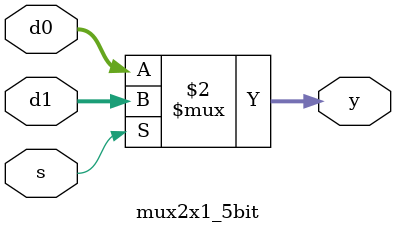
<source format=v>
module mux2x1_5bit # (parameter WIDTH =5)
(input [WIDTH-1:0] d0, d1,
input s,
output [WIDTH-1:0] y);
assign y=(s==1'b0) ? d0 : d1;
endmodule
</source>
